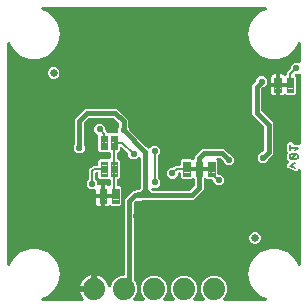
<source format=gbl>
G04 EAGLE Gerber RS-274X export*
G75*
%MOMM*%
%FSLAX34Y34*%
%LPD*%
%INBottom Copper*%
%IPPOS*%
%AMOC8*
5,1,8,0,0,1.08239X$1,22.5*%
G01*
%ADD10C,0.177800*%
%ADD11C,0.099059*%
%ADD12C,0.635000*%
%ADD13C,0.101600*%
%ADD14C,1.879600*%
%ADD15C,0.558800*%
%ADD16C,0.203200*%
%ADD17C,0.406400*%

G36*
X66296Y2812D02*
X66296Y2812D01*
X66434Y2825D01*
X66453Y2832D01*
X66473Y2835D01*
X66602Y2886D01*
X66733Y2933D01*
X66750Y2944D01*
X66768Y2952D01*
X66881Y3033D01*
X66996Y3112D01*
X67010Y3127D01*
X67026Y3138D01*
X67115Y3246D01*
X67207Y3350D01*
X67216Y3368D01*
X67229Y3383D01*
X67288Y3509D01*
X67351Y3634D01*
X67356Y3653D01*
X67364Y3671D01*
X67390Y3808D01*
X67421Y3944D01*
X67420Y3964D01*
X67424Y3983D01*
X67415Y4122D01*
X67411Y4262D01*
X67405Y4281D01*
X67404Y4301D01*
X67361Y4433D01*
X67322Y4567D01*
X67312Y4584D01*
X67306Y4603D01*
X67231Y4721D01*
X67161Y4841D01*
X67142Y4862D01*
X67136Y4872D01*
X67121Y4886D01*
X67116Y4892D01*
X65989Y6443D01*
X65136Y8117D01*
X64555Y9904D01*
X64515Y10161D01*
X74930Y10161D01*
X75048Y10176D01*
X75167Y10183D01*
X75205Y10196D01*
X75245Y10201D01*
X75356Y10244D01*
X75469Y10281D01*
X75503Y10303D01*
X75541Y10318D01*
X75637Y10388D01*
X75738Y10451D01*
X75766Y10481D01*
X75798Y10504D01*
X75874Y10596D01*
X75956Y10683D01*
X75975Y10718D01*
X76001Y10749D01*
X76052Y10857D01*
X76109Y10961D01*
X76120Y11001D01*
X76137Y11037D01*
X76159Y11154D01*
X76189Y11269D01*
X76193Y11330D01*
X76197Y11350D01*
X76195Y11370D01*
X76199Y11430D01*
X76199Y12701D01*
X77470Y12701D01*
X77588Y12716D01*
X77707Y12723D01*
X77745Y12736D01*
X77785Y12741D01*
X77896Y12785D01*
X78009Y12821D01*
X78044Y12843D01*
X78081Y12858D01*
X78177Y12928D01*
X78278Y12991D01*
X78306Y13021D01*
X78339Y13045D01*
X78414Y13136D01*
X78496Y13223D01*
X78516Y13258D01*
X78541Y13290D01*
X78592Y13397D01*
X78650Y13502D01*
X78660Y13541D01*
X78677Y13577D01*
X78699Y13694D01*
X78729Y13809D01*
X78733Y13870D01*
X78737Y13890D01*
X78735Y13910D01*
X78739Y13970D01*
X78739Y24385D01*
X78996Y24345D01*
X80783Y23764D01*
X82457Y22911D01*
X83978Y21806D01*
X85306Y20478D01*
X86411Y18957D01*
X87264Y17283D01*
X87845Y15496D01*
X87920Y15023D01*
X87955Y14900D01*
X87986Y14774D01*
X88000Y14747D01*
X88008Y14718D01*
X88074Y14607D01*
X88134Y14493D01*
X88155Y14470D01*
X88170Y14444D01*
X88262Y14353D01*
X88348Y14257D01*
X88374Y14241D01*
X88395Y14219D01*
X88506Y14153D01*
X88614Y14082D01*
X88643Y14073D01*
X88669Y14057D01*
X88793Y14021D01*
X88915Y13979D01*
X88945Y13977D01*
X88974Y13968D01*
X89103Y13964D01*
X89232Y13954D01*
X89262Y13959D01*
X89292Y13958D01*
X89418Y13986D01*
X89545Y14008D01*
X89573Y14021D01*
X89602Y14027D01*
X89717Y14086D01*
X89835Y14139D01*
X89859Y14158D01*
X89886Y14171D01*
X89982Y14257D01*
X90084Y14338D01*
X90102Y14362D01*
X90124Y14382D01*
X90197Y14488D01*
X90275Y14592D01*
X90294Y14630D01*
X90303Y14644D01*
X90311Y14665D01*
X90346Y14736D01*
X92125Y19031D01*
X95269Y22175D01*
X99377Y23877D01*
X100838Y23877D01*
X100956Y23892D01*
X101075Y23899D01*
X101113Y23912D01*
X101154Y23917D01*
X101264Y23960D01*
X101377Y23997D01*
X101412Y24019D01*
X101449Y24034D01*
X101545Y24103D01*
X101646Y24167D01*
X101674Y24197D01*
X101707Y24220D01*
X101783Y24312D01*
X101864Y24399D01*
X101884Y24434D01*
X101909Y24465D01*
X101960Y24573D01*
X102018Y24677D01*
X102028Y24717D01*
X102045Y24753D01*
X102067Y24870D01*
X102097Y24985D01*
X102101Y25045D01*
X102105Y25065D01*
X102103Y25086D01*
X102107Y25146D01*
X102107Y88700D01*
X109166Y95759D01*
X111118Y95759D01*
X111216Y95771D01*
X111315Y95774D01*
X111374Y95791D01*
X111434Y95799D01*
X111526Y95835D01*
X111621Y95863D01*
X111673Y95893D01*
X111729Y95916D01*
X111809Y95974D01*
X111895Y96024D01*
X111970Y96090D01*
X111987Y96102D01*
X111995Y96112D01*
X112016Y96130D01*
X112406Y96521D01*
X114228Y96521D01*
X114326Y96533D01*
X114425Y96536D01*
X114483Y96553D01*
X114543Y96561D01*
X114635Y96597D01*
X114731Y96625D01*
X114783Y96655D01*
X114839Y96678D01*
X114919Y96736D01*
X115004Y96786D01*
X115080Y96852D01*
X115096Y96864D01*
X115104Y96874D01*
X115125Y96892D01*
X115198Y96965D01*
X115258Y97043D01*
X115326Y97115D01*
X115355Y97168D01*
X115392Y97216D01*
X115432Y97307D01*
X115480Y97394D01*
X115495Y97452D01*
X115519Y97508D01*
X115534Y97606D01*
X115559Y97702D01*
X115565Y97802D01*
X115569Y97822D01*
X115567Y97834D01*
X115569Y97862D01*
X115569Y123480D01*
X115552Y123617D01*
X115539Y123756D01*
X115532Y123776D01*
X115529Y123796D01*
X115478Y123925D01*
X115431Y124056D01*
X115420Y124073D01*
X115412Y124091D01*
X115331Y124204D01*
X115253Y124319D01*
X115237Y124332D01*
X115226Y124349D01*
X115118Y124437D01*
X115014Y124529D01*
X114996Y124539D01*
X114981Y124551D01*
X114855Y124611D01*
X114731Y124674D01*
X114711Y124678D01*
X114693Y124687D01*
X114557Y124713D01*
X114421Y124744D01*
X114400Y124743D01*
X114381Y124747D01*
X114242Y124738D01*
X114103Y124734D01*
X114083Y124728D01*
X114063Y124727D01*
X113931Y124684D01*
X113797Y124646D01*
X113780Y124635D01*
X113761Y124629D01*
X113643Y124554D01*
X113523Y124484D01*
X113502Y124465D01*
X113492Y124459D01*
X113478Y124444D01*
X113403Y124378D01*
X111530Y122505D01*
X107742Y122505D01*
X105063Y125184D01*
X105063Y127172D01*
X105051Y127271D01*
X105048Y127370D01*
X105031Y127428D01*
X105023Y127488D01*
X104987Y127580D01*
X104959Y127675D01*
X104936Y127715D01*
X104934Y127721D01*
X104927Y127732D01*
X104906Y127784D01*
X104848Y127864D01*
X104798Y127949D01*
X104768Y127983D01*
X104764Y127989D01*
X104755Y127998D01*
X104731Y128024D01*
X104719Y128041D01*
X104710Y128049D01*
X104691Y128070D01*
X100084Y132677D01*
X99975Y132762D01*
X99868Y132851D01*
X99849Y132859D01*
X99833Y132872D01*
X99705Y132927D01*
X99580Y132986D01*
X99560Y132990D01*
X99541Y132998D01*
X99403Y133020D01*
X99267Y133046D01*
X99247Y133045D01*
X99227Y133048D01*
X99088Y133035D01*
X98950Y133026D01*
X98931Y133020D01*
X98911Y133018D01*
X98779Y132971D01*
X98648Y132928D01*
X98630Y132917D01*
X98611Y132911D01*
X98496Y132833D01*
X98379Y132758D01*
X98365Y132743D01*
X98348Y132732D01*
X98256Y132628D01*
X98161Y132527D01*
X98151Y132509D01*
X98138Y132494D01*
X98074Y132369D01*
X98007Y132248D01*
X98002Y132228D01*
X97993Y132210D01*
X97963Y132075D01*
X97928Y131940D01*
X97926Y131912D01*
X97923Y131900D01*
X97924Y131880D01*
X97918Y131779D01*
X97918Y129863D01*
X96424Y128369D01*
X96417Y128366D01*
X96321Y128297D01*
X96220Y128233D01*
X96192Y128203D01*
X96159Y128180D01*
X96083Y128088D01*
X96002Y128001D01*
X95982Y127966D01*
X95957Y127935D01*
X95906Y127827D01*
X95848Y127723D01*
X95838Y127683D01*
X95821Y127647D01*
X95799Y127530D01*
X95769Y127415D01*
X95765Y127355D01*
X95761Y127335D01*
X95763Y127314D01*
X95759Y127254D01*
X95759Y123698D01*
X95774Y123580D01*
X95781Y123461D01*
X95794Y123423D01*
X95799Y123382D01*
X95842Y123272D01*
X95879Y123159D01*
X95901Y123124D01*
X95916Y123087D01*
X95985Y122991D01*
X96049Y122890D01*
X96079Y122862D01*
X96102Y122829D01*
X96194Y122753D01*
X96281Y122672D01*
X96316Y122652D01*
X96347Y122627D01*
X96410Y122597D01*
X97918Y121089D01*
X97918Y107511D01*
X96424Y106017D01*
X96417Y106014D01*
X96321Y105945D01*
X96220Y105881D01*
X96192Y105851D01*
X96159Y105828D01*
X96083Y105736D01*
X96002Y105649D01*
X95982Y105614D01*
X95957Y105583D01*
X95906Y105475D01*
X95848Y105371D01*
X95838Y105331D01*
X95821Y105295D01*
X95799Y105178D01*
X95769Y105063D01*
X95765Y105003D01*
X95761Y104983D01*
X95763Y104962D01*
X95759Y104902D01*
X95759Y100838D01*
X95774Y100720D01*
X95781Y100601D01*
X95794Y100563D01*
X95799Y100522D01*
X95842Y100412D01*
X95879Y100299D01*
X95901Y100264D01*
X95916Y100227D01*
X95985Y100131D01*
X96049Y100030D01*
X96079Y100002D01*
X96102Y99969D01*
X96194Y99893D01*
X96281Y99812D01*
X96316Y99792D01*
X96347Y99767D01*
X96455Y99716D01*
X96559Y99658D01*
X96599Y99648D01*
X96635Y99631D01*
X96752Y99609D01*
X96867Y99579D01*
X96927Y99575D01*
X96947Y99571D01*
X96968Y99573D01*
X97028Y99569D01*
X97856Y99569D01*
X99188Y98237D01*
X99188Y84643D01*
X97856Y83311D01*
X90358Y83311D01*
X90336Y83333D01*
X90242Y83406D01*
X90153Y83485D01*
X90117Y83503D01*
X90085Y83528D01*
X89976Y83575D01*
X89870Y83630D01*
X89830Y83639D01*
X89793Y83655D01*
X89676Y83673D01*
X89560Y83699D01*
X89519Y83698D01*
X89479Y83704D01*
X89361Y83693D01*
X89242Y83690D01*
X89203Y83678D01*
X89163Y83675D01*
X89050Y83634D01*
X88936Y83601D01*
X88901Y83581D01*
X88863Y83567D01*
X88765Y83500D01*
X88662Y83440D01*
X88617Y83400D01*
X88600Y83388D01*
X88587Y83373D01*
X88541Y83333D01*
X88364Y83156D01*
X87672Y82756D01*
X86899Y82549D01*
X85343Y82549D01*
X85343Y90107D01*
X95885Y90107D01*
X95904Y90119D01*
X95926Y90123D01*
X95933Y90138D01*
X95942Y90144D01*
X95941Y90154D01*
X95948Y90170D01*
X95948Y92710D01*
X95936Y92729D01*
X95932Y92751D01*
X95917Y92758D01*
X95911Y92767D01*
X95901Y92766D01*
X95885Y92773D01*
X85343Y92773D01*
X85343Y100331D01*
X86899Y100331D01*
X87672Y100124D01*
X88265Y99781D01*
X88388Y99730D01*
X88507Y99673D01*
X88534Y99668D01*
X88559Y99658D01*
X88690Y99638D01*
X88820Y99614D01*
X88846Y99615D01*
X88873Y99611D01*
X89005Y99625D01*
X89137Y99633D01*
X89163Y99642D01*
X89189Y99644D01*
X89314Y99691D01*
X89439Y99731D01*
X89462Y99746D01*
X89488Y99755D01*
X89596Y99831D01*
X89708Y99901D01*
X89727Y99921D01*
X89749Y99937D01*
X89835Y100036D01*
X89926Y100133D01*
X89939Y100157D01*
X89957Y100177D01*
X90016Y100296D01*
X90080Y100412D01*
X90086Y100438D01*
X90098Y100462D01*
X90126Y100592D01*
X90159Y100720D01*
X90161Y100758D01*
X90165Y100773D01*
X90164Y100795D01*
X90169Y100880D01*
X90169Y104902D01*
X90154Y105020D01*
X90147Y105139D01*
X90134Y105177D01*
X90129Y105218D01*
X90086Y105328D01*
X90049Y105441D01*
X90027Y105476D01*
X90012Y105513D01*
X89943Y105609D01*
X89879Y105710D01*
X89849Y105738D01*
X89826Y105771D01*
X89734Y105847D01*
X89647Y105928D01*
X89612Y105948D01*
X89581Y105973D01*
X89473Y106024D01*
X89369Y106082D01*
X89329Y106092D01*
X89293Y106109D01*
X89176Y106131D01*
X89061Y106161D01*
X89001Y106165D01*
X88981Y106169D01*
X88960Y106167D01*
X88900Y106171D01*
X81222Y106171D01*
X79882Y107511D01*
X79882Y110236D01*
X79867Y110354D01*
X79860Y110473D01*
X79847Y110511D01*
X79842Y110552D01*
X79799Y110662D01*
X79762Y110775D01*
X79740Y110810D01*
X79725Y110847D01*
X79656Y110943D01*
X79592Y111044D01*
X79562Y111072D01*
X79539Y111105D01*
X79447Y111181D01*
X79360Y111262D01*
X79325Y111282D01*
X79294Y111307D01*
X79186Y111358D01*
X79082Y111416D01*
X79042Y111426D01*
X79006Y111443D01*
X78889Y111465D01*
X78774Y111495D01*
X78714Y111499D01*
X78694Y111503D01*
X78673Y111501D01*
X78613Y111505D01*
X78486Y111505D01*
X78368Y111490D01*
X78249Y111483D01*
X78211Y111470D01*
X78170Y111465D01*
X78060Y111422D01*
X77947Y111385D01*
X77912Y111363D01*
X77875Y111348D01*
X77779Y111279D01*
X77678Y111215D01*
X77650Y111185D01*
X77617Y111162D01*
X77541Y111070D01*
X77460Y110983D01*
X77440Y110948D01*
X77415Y110917D01*
X77364Y110809D01*
X77306Y110705D01*
X77296Y110665D01*
X77279Y110629D01*
X77257Y110512D01*
X77227Y110397D01*
X77223Y110337D01*
X77219Y110317D01*
X77221Y110296D01*
X77217Y110236D01*
X77217Y105798D01*
X77229Y105700D01*
X77232Y105601D01*
X77249Y105542D01*
X77257Y105482D01*
X77293Y105390D01*
X77321Y105295D01*
X77351Y105243D01*
X77374Y105187D01*
X77432Y105107D01*
X77482Y105021D01*
X77548Y104946D01*
X77560Y104929D01*
X77570Y104921D01*
X77588Y104900D01*
X78995Y103494D01*
X78995Y101585D01*
X79011Y101460D01*
X79020Y101335D01*
X79030Y101303D01*
X79035Y101270D01*
X79081Y101152D01*
X79121Y101033D01*
X79139Y101005D01*
X79152Y100974D01*
X79226Y100872D01*
X79294Y100766D01*
X79319Y100744D01*
X79338Y100717D01*
X79436Y100636D01*
X79528Y100551D01*
X79558Y100535D01*
X79583Y100514D01*
X79697Y100460D01*
X79808Y100400D01*
X79841Y100392D01*
X79871Y100378D01*
X79995Y100355D01*
X80117Y100324D01*
X80151Y100325D01*
X80183Y100318D01*
X80309Y100326D01*
X80435Y100327D01*
X80451Y100331D01*
X82043Y100331D01*
X82043Y93090D01*
X77850Y93090D01*
X77850Y95758D01*
X77835Y95876D01*
X77828Y95995D01*
X77815Y96033D01*
X77810Y96074D01*
X77767Y96184D01*
X77730Y96297D01*
X77708Y96332D01*
X77693Y96369D01*
X77623Y96465D01*
X77560Y96566D01*
X77530Y96594D01*
X77507Y96627D01*
X77415Y96703D01*
X77328Y96784D01*
X77293Y96804D01*
X77262Y96829D01*
X77154Y96880D01*
X77050Y96938D01*
X77010Y96948D01*
X76974Y96965D01*
X76857Y96987D01*
X76742Y97017D01*
X76681Y97021D01*
X76661Y97025D01*
X76641Y97023D01*
X76581Y97027D01*
X72528Y97027D01*
X69849Y99706D01*
X69849Y103494D01*
X71256Y104900D01*
X71316Y104979D01*
X71384Y105051D01*
X71413Y105104D01*
X71450Y105152D01*
X71490Y105243D01*
X71538Y105329D01*
X71553Y105388D01*
X71577Y105443D01*
X71592Y105541D01*
X71617Y105637D01*
X71623Y105737D01*
X71627Y105758D01*
X71625Y105770D01*
X71627Y105798D01*
X71627Y113621D01*
X73063Y115057D01*
X73123Y115135D01*
X73191Y115207D01*
X73220Y115260D01*
X73258Y115308D01*
X73259Y115311D01*
X75072Y117124D01*
X77708Y117124D01*
X77781Y117105D01*
X77881Y117099D01*
X77901Y117095D01*
X77914Y117097D01*
X77942Y117095D01*
X78613Y117095D01*
X78731Y117110D01*
X78850Y117117D01*
X78888Y117130D01*
X78929Y117135D01*
X79039Y117178D01*
X79152Y117215D01*
X79187Y117237D01*
X79224Y117252D01*
X79320Y117321D01*
X79421Y117385D01*
X79449Y117415D01*
X79482Y117438D01*
X79558Y117530D01*
X79639Y117617D01*
X79659Y117652D01*
X79684Y117683D01*
X79735Y117791D01*
X79793Y117895D01*
X79803Y117935D01*
X79820Y117971D01*
X79842Y118088D01*
X79872Y118203D01*
X79876Y118263D01*
X79880Y118283D01*
X79878Y118304D01*
X79882Y118364D01*
X79882Y121089D01*
X81222Y122429D01*
X88900Y122429D01*
X89018Y122444D01*
X89137Y122451D01*
X89175Y122464D01*
X89216Y122469D01*
X89326Y122512D01*
X89439Y122549D01*
X89474Y122571D01*
X89511Y122586D01*
X89607Y122655D01*
X89708Y122719D01*
X89736Y122749D01*
X89769Y122772D01*
X89845Y122864D01*
X89926Y122951D01*
X89946Y122986D01*
X89971Y123017D01*
X90022Y123125D01*
X90080Y123229D01*
X90090Y123269D01*
X90107Y123305D01*
X90129Y123422D01*
X90159Y123537D01*
X90163Y123597D01*
X90167Y123617D01*
X90165Y123638D01*
X90169Y123698D01*
X90169Y127254D01*
X90154Y127372D01*
X90147Y127491D01*
X90134Y127529D01*
X90129Y127570D01*
X90086Y127680D01*
X90049Y127793D01*
X90027Y127828D01*
X90012Y127865D01*
X89943Y127961D01*
X89879Y128062D01*
X89849Y128090D01*
X89826Y128123D01*
X89734Y128199D01*
X89647Y128280D01*
X89612Y128300D01*
X89581Y128325D01*
X89473Y128376D01*
X89369Y128434D01*
X89329Y128444D01*
X89293Y128461D01*
X89176Y128483D01*
X89061Y128513D01*
X89001Y128517D01*
X88981Y128521D01*
X88960Y128519D01*
X88900Y128523D01*
X81222Y128523D01*
X79882Y129863D01*
X79882Y141986D01*
X79867Y142104D01*
X79860Y142223D01*
X79847Y142261D01*
X79842Y142302D01*
X79799Y142412D01*
X79762Y142525D01*
X79740Y142560D01*
X79725Y142597D01*
X79656Y142693D01*
X79592Y142794D01*
X79562Y142822D01*
X79539Y142855D01*
X79504Y142883D01*
X79504Y142884D01*
X76453Y145934D01*
X76453Y149722D01*
X79132Y152401D01*
X82920Y152401D01*
X85599Y149722D01*
X85599Y147733D01*
X85611Y147635D01*
X85614Y147536D01*
X85631Y147478D01*
X85639Y147418D01*
X85675Y147326D01*
X85703Y147231D01*
X85733Y147178D01*
X85756Y147122D01*
X85814Y147042D01*
X85864Y146957D01*
X85930Y146881D01*
X85942Y146865D01*
X85952Y146857D01*
X85970Y146836D01*
X87654Y145152D01*
X87732Y145092D01*
X87804Y145024D01*
X87857Y144995D01*
X87905Y144958D01*
X87996Y144918D01*
X88083Y144870D01*
X88141Y144855D01*
X88197Y144831D01*
X88295Y144816D01*
X88391Y144791D01*
X88491Y144785D01*
X88511Y144781D01*
X88523Y144783D01*
X88551Y144781D01*
X95362Y144781D01*
X95481Y144796D01*
X95599Y144803D01*
X95638Y144816D01*
X95678Y144821D01*
X95789Y144864D01*
X95902Y144901D01*
X95936Y144923D01*
X95974Y144938D01*
X96070Y145007D01*
X96171Y145071D01*
X96198Y145101D01*
X96231Y145124D01*
X96307Y145216D01*
X96388Y145303D01*
X96408Y145338D01*
X96434Y145369D01*
X96484Y145477D01*
X96542Y145581D01*
X96552Y145621D01*
X96569Y145657D01*
X96592Y145774D01*
X96621Y145889D01*
X96625Y145949D01*
X96629Y145969D01*
X96628Y145990D01*
X96632Y146050D01*
X96632Y148818D01*
X97022Y149209D01*
X97083Y149287D01*
X97150Y149359D01*
X97180Y149412D01*
X97217Y149460D01*
X97256Y149551D01*
X97304Y149638D01*
X97319Y149696D01*
X97343Y149752D01*
X97359Y149850D01*
X97383Y149946D01*
X97390Y150046D01*
X97393Y150066D01*
X97392Y150078D01*
X97394Y150106D01*
X97394Y152440D01*
X97381Y152538D01*
X97378Y152637D01*
X97361Y152696D01*
X97354Y152756D01*
X97317Y152848D01*
X97290Y152943D01*
X97259Y152995D01*
X97237Y153051D01*
X97179Y153131D01*
X97128Y153217D01*
X97062Y153292D01*
X97050Y153309D01*
X97041Y153317D01*
X97022Y153338D01*
X92998Y157362D01*
X92920Y157422D01*
X92848Y157490D01*
X92795Y157519D01*
X92747Y157556D01*
X92656Y157596D01*
X92569Y157644D01*
X92511Y157659D01*
X92455Y157683D01*
X92357Y157698D01*
X92261Y157723D01*
X92161Y157729D01*
X92141Y157733D01*
X92129Y157731D01*
X92101Y157733D01*
X72462Y157733D01*
X72364Y157721D01*
X72265Y157718D01*
X72207Y157701D01*
X72147Y157693D01*
X72055Y157657D01*
X71959Y157629D01*
X71907Y157599D01*
X71851Y157576D01*
X71771Y157518D01*
X71686Y157468D01*
X71610Y157402D01*
X71594Y157390D01*
X71586Y157380D01*
X71565Y157362D01*
X67936Y153733D01*
X67876Y153655D01*
X67808Y153583D01*
X67779Y153530D01*
X67742Y153482D01*
X67702Y153391D01*
X67654Y153304D01*
X67639Y153246D01*
X67615Y153190D01*
X67600Y153092D01*
X67575Y152996D01*
X67569Y152896D01*
X67565Y152876D01*
X67567Y152864D01*
X67565Y152836D01*
X67565Y135262D01*
X67577Y135164D01*
X67580Y135065D01*
X67597Y135006D01*
X67605Y134946D01*
X67641Y134854D01*
X67669Y134759D01*
X67699Y134707D01*
X67722Y134651D01*
X67780Y134571D01*
X67830Y134485D01*
X67896Y134410D01*
X67908Y134393D01*
X67918Y134385D01*
X67936Y134364D01*
X68327Y133974D01*
X68327Y130186D01*
X65648Y127507D01*
X61860Y127507D01*
X59181Y130186D01*
X59181Y133974D01*
X59572Y134364D01*
X59632Y134443D01*
X59700Y134515D01*
X59729Y134568D01*
X59766Y134616D01*
X59806Y134707D01*
X59854Y134793D01*
X59869Y134852D01*
X59893Y134907D01*
X59908Y135005D01*
X59933Y135101D01*
X59939Y135201D01*
X59943Y135222D01*
X59941Y135234D01*
X59943Y135262D01*
X59943Y156518D01*
X68780Y165355D01*
X95783Y165355D01*
X105015Y156123D01*
X105015Y150106D01*
X105028Y150008D01*
X105031Y149909D01*
X105047Y149851D01*
X105055Y149791D01*
X105091Y149699D01*
X105119Y149603D01*
X105150Y149551D01*
X105172Y149495D01*
X105230Y149415D01*
X105280Y149330D01*
X105347Y149254D01*
X105359Y149238D01*
X105368Y149230D01*
X105387Y149209D01*
X105777Y148818D01*
X105777Y148267D01*
X105790Y148168D01*
X105793Y148069D01*
X105809Y148011D01*
X105817Y147951D01*
X105853Y147859D01*
X105881Y147764D01*
X105912Y147712D01*
X105934Y147655D01*
X105992Y147575D01*
X106042Y147490D01*
X106109Y147415D01*
X106121Y147398D01*
X106130Y147390D01*
X106149Y147369D01*
X120587Y132931D01*
X121612Y131906D01*
X121706Y131833D01*
X121795Y131754D01*
X121831Y131736D01*
X121863Y131711D01*
X121972Y131664D01*
X122079Y131610D01*
X122118Y131601D01*
X122155Y131585D01*
X122273Y131566D01*
X122389Y131540D01*
X122429Y131541D01*
X122469Y131535D01*
X122588Y131546D01*
X122707Y131550D01*
X122746Y131561D01*
X122786Y131565D01*
X122898Y131605D01*
X123012Y131638D01*
X123047Y131658D01*
X123085Y131672D01*
X123184Y131739D01*
X123286Y131799D01*
X123331Y131839D01*
X123348Y131851D01*
X123362Y131866D01*
X123407Y131906D01*
X125614Y134113D01*
X129402Y134113D01*
X132081Y131434D01*
X132081Y127646D01*
X130674Y126240D01*
X130614Y126161D01*
X130546Y126089D01*
X130517Y126036D01*
X130480Y125988D01*
X130440Y125897D01*
X130392Y125811D01*
X130377Y125752D01*
X130353Y125697D01*
X130338Y125599D01*
X130313Y125503D01*
X130307Y125403D01*
X130303Y125382D01*
X130305Y125370D01*
X130303Y125342D01*
X130303Y107068D01*
X130315Y106970D01*
X130318Y106871D01*
X130335Y106812D01*
X130343Y106752D01*
X130379Y106660D01*
X130407Y106565D01*
X130437Y106513D01*
X130460Y106457D01*
X130518Y106377D01*
X130568Y106291D01*
X130634Y106216D01*
X130646Y106199D01*
X130656Y106191D01*
X130674Y106170D01*
X132081Y104764D01*
X132081Y100976D01*
X129402Y98297D01*
X126056Y98297D01*
X126032Y98294D01*
X126007Y98296D01*
X125874Y98274D01*
X125741Y98257D01*
X125718Y98248D01*
X125693Y98244D01*
X125570Y98190D01*
X125445Y98140D01*
X125425Y98126D01*
X125402Y98116D01*
X125297Y98033D01*
X125188Y97954D01*
X125172Y97934D01*
X125152Y97919D01*
X125071Y97812D01*
X124985Y97709D01*
X124974Y97686D01*
X124959Y97667D01*
X124906Y97542D01*
X124849Y97421D01*
X124845Y97397D01*
X124835Y97374D01*
X124815Y97240D01*
X124789Y97109D01*
X124791Y97084D01*
X124787Y97059D01*
X124801Y96925D01*
X124809Y96791D01*
X124817Y96768D01*
X124819Y96743D01*
X124866Y96617D01*
X124907Y96489D01*
X124920Y96468D01*
X124929Y96444D01*
X125005Y96334D01*
X125077Y96220D01*
X125095Y96203D01*
X125109Y96183D01*
X125211Y96094D01*
X125309Y96002D01*
X125331Y95990D01*
X125349Y95974D01*
X125489Y95893D01*
X125540Y95875D01*
X125588Y95848D01*
X125689Y95822D01*
X125789Y95787D01*
X125843Y95783D01*
X125896Y95769D01*
X126056Y95759D01*
X156646Y95759D01*
X156744Y95771D01*
X156843Y95774D01*
X156901Y95791D01*
X156961Y95799D01*
X157053Y95835D01*
X157149Y95863D01*
X157201Y95893D01*
X157257Y95916D01*
X157337Y95974D01*
X157422Y96024D01*
X157498Y96090D01*
X157514Y96102D01*
X157522Y96112D01*
X157543Y96130D01*
X160918Y99505D01*
X160978Y99583D01*
X161046Y99655D01*
X161075Y99708D01*
X161112Y99756D01*
X161152Y99847D01*
X161200Y99934D01*
X161215Y99992D01*
X161239Y100048D01*
X161254Y100146D01*
X161279Y100242D01*
X161285Y100342D01*
X161289Y100362D01*
X161287Y100374D01*
X161289Y100402D01*
X161289Y105708D01*
X161277Y105806D01*
X161274Y105905D01*
X161257Y105963D01*
X161249Y106023D01*
X161213Y106115D01*
X161186Y106210D01*
X161155Y106262D01*
X161132Y106319D01*
X161074Y106399D01*
X161024Y106484D01*
X160958Y106560D01*
X160946Y106576D01*
X160936Y106584D01*
X160918Y106605D01*
X160791Y106732D01*
X160697Y106805D01*
X160607Y106884D01*
X160571Y106902D01*
X160539Y106927D01*
X160430Y106974D01*
X160324Y107028D01*
X160285Y107037D01*
X160248Y107053D01*
X160130Y107072D01*
X160014Y107098D01*
X159973Y107097D01*
X159933Y107103D01*
X159815Y107092D01*
X159696Y107088D01*
X159657Y107077D01*
X159617Y107073D01*
X159505Y107033D01*
X159390Y107000D01*
X159356Y106980D01*
X159318Y106966D01*
X159219Y106899D01*
X159116Y106839D01*
X159071Y106799D01*
X159054Y106787D01*
X159041Y106772D01*
X158996Y106732D01*
X158435Y106171D01*
X150937Y106171D01*
X149605Y107503D01*
X149605Y110236D01*
X149590Y110354D01*
X149583Y110473D01*
X149570Y110511D01*
X149565Y110552D01*
X149522Y110662D01*
X149485Y110775D01*
X149463Y110810D01*
X149448Y110847D01*
X149379Y110943D01*
X149315Y111044D01*
X149285Y111072D01*
X149262Y111105D01*
X149170Y111181D01*
X149083Y111262D01*
X149048Y111282D01*
X149017Y111307D01*
X148909Y111358D01*
X148805Y111416D01*
X148765Y111426D01*
X148729Y111443D01*
X148612Y111465D01*
X148497Y111495D01*
X148437Y111499D01*
X148417Y111503D01*
X148416Y111503D01*
X148396Y111501D01*
X148336Y111505D01*
X148218Y111490D01*
X148099Y111483D01*
X148061Y111470D01*
X148020Y111465D01*
X147910Y111422D01*
X147797Y111385D01*
X147762Y111363D01*
X147725Y111348D01*
X147629Y111279D01*
X147528Y111215D01*
X147500Y111185D01*
X147467Y111162D01*
X147391Y111070D01*
X147310Y110983D01*
X147290Y110948D01*
X147265Y110917D01*
X147214Y110809D01*
X147156Y110705D01*
X147146Y110665D01*
X147129Y110629D01*
X147107Y110512D01*
X147077Y110397D01*
X147073Y110337D01*
X147069Y110317D01*
X147071Y110296D01*
X147067Y110236D01*
X147067Y108850D01*
X144388Y106171D01*
X140600Y106171D01*
X137921Y108850D01*
X137921Y112638D01*
X140600Y115317D01*
X142589Y115317D01*
X142687Y115329D01*
X142786Y115332D01*
X142844Y115349D01*
X142904Y115357D01*
X142996Y115393D01*
X143091Y115421D01*
X143144Y115451D01*
X143200Y115474D01*
X143280Y115532D01*
X143365Y115582D01*
X143441Y115648D01*
X143457Y115660D01*
X143465Y115670D01*
X143486Y115688D01*
X144892Y117095D01*
X148336Y117095D01*
X148454Y117110D01*
X148573Y117117D01*
X148611Y117130D01*
X148652Y117135D01*
X148762Y117178D01*
X148875Y117215D01*
X148910Y117237D01*
X148947Y117252D01*
X149043Y117321D01*
X149144Y117385D01*
X149172Y117415D01*
X149205Y117438D01*
X149281Y117530D01*
X149362Y117617D01*
X149382Y117652D01*
X149407Y117683D01*
X149458Y117791D01*
X149516Y117895D01*
X149526Y117935D01*
X149543Y117971D01*
X149565Y118088D01*
X149595Y118203D01*
X149599Y118263D01*
X149603Y118283D01*
X149601Y118304D01*
X149605Y118364D01*
X149605Y121097D01*
X150937Y122429D01*
X158435Y122429D01*
X158996Y121868D01*
X159090Y121795D01*
X159179Y121716D01*
X159215Y121698D01*
X159247Y121673D01*
X159356Y121626D01*
X159462Y121571D01*
X159502Y121563D01*
X159539Y121547D01*
X159656Y121528D01*
X159773Y121502D01*
X159813Y121503D01*
X159853Y121497D01*
X159971Y121508D01*
X160090Y121512D01*
X160129Y121523D01*
X160169Y121527D01*
X160282Y121567D01*
X160396Y121600D01*
X160431Y121620D01*
X160469Y121634D01*
X160567Y121701D01*
X160670Y121762D01*
X160715Y121801D01*
X160732Y121813D01*
X160745Y121828D01*
X160791Y121868D01*
X160918Y121995D01*
X160978Y122073D01*
X161046Y122145D01*
X161075Y122198D01*
X161113Y122246D01*
X161152Y122337D01*
X161200Y122424D01*
X161215Y122483D01*
X161239Y122538D01*
X161254Y122636D01*
X161279Y122732D01*
X161285Y122832D01*
X161289Y122852D01*
X161287Y122864D01*
X161289Y122892D01*
X161289Y125276D01*
X167332Y131319D01*
X186236Y131319D01*
X190691Y126864D01*
X190769Y126804D01*
X190841Y126736D01*
X190894Y126707D01*
X190942Y126670D01*
X191033Y126630D01*
X191120Y126582D01*
X191178Y126567D01*
X191234Y126543D01*
X191332Y126528D01*
X191428Y126503D01*
X191528Y126497D01*
X191548Y126493D01*
X191560Y126495D01*
X191588Y126493D01*
X192394Y126493D01*
X195073Y123814D01*
X195073Y120026D01*
X192394Y117347D01*
X188606Y117347D01*
X185927Y120026D01*
X185927Y120324D01*
X185915Y120422D01*
X185912Y120521D01*
X185895Y120579D01*
X185887Y120639D01*
X185851Y120731D01*
X185823Y120827D01*
X185793Y120879D01*
X185770Y120935D01*
X185712Y121015D01*
X185662Y121100D01*
X185596Y121176D01*
X185584Y121192D01*
X185574Y121200D01*
X185556Y121221D01*
X183451Y123326D01*
X183373Y123386D01*
X183301Y123454D01*
X183248Y123483D01*
X183200Y123520D01*
X183109Y123560D01*
X183022Y123608D01*
X182964Y123623D01*
X182908Y123647D01*
X182810Y123662D01*
X182714Y123687D01*
X182614Y123693D01*
X182594Y123697D01*
X182582Y123695D01*
X182554Y123697D01*
X181058Y123697D01*
X180920Y123680D01*
X180782Y123667D01*
X180763Y123660D01*
X180743Y123657D01*
X180614Y123606D01*
X180483Y123559D01*
X180466Y123548D01*
X180447Y123540D01*
X180335Y123459D01*
X180220Y123381D01*
X180206Y123365D01*
X180190Y123354D01*
X180101Y123246D01*
X180009Y123142D01*
X180000Y123124D01*
X179987Y123109D01*
X179928Y122983D01*
X179864Y122859D01*
X179860Y122839D01*
X179851Y122821D01*
X179825Y122684D01*
X179795Y122549D01*
X179795Y122528D01*
X179792Y122509D01*
X179800Y122370D01*
X179804Y122231D01*
X179810Y122211D01*
X179811Y122191D01*
X179854Y122059D01*
X179893Y121925D01*
X179903Y121908D01*
X179909Y121889D01*
X179984Y121771D01*
X180054Y121651D01*
X180073Y121630D01*
X180080Y121620D01*
X180095Y121606D01*
X180161Y121531D01*
X180595Y121097D01*
X180595Y110744D01*
X180610Y110626D01*
X180617Y110507D01*
X180630Y110469D01*
X180635Y110428D01*
X180678Y110318D01*
X180715Y110205D01*
X180737Y110170D01*
X180752Y110133D01*
X180821Y110037D01*
X180885Y109936D01*
X180915Y109908D01*
X180938Y109875D01*
X181030Y109799D01*
X181117Y109718D01*
X181152Y109698D01*
X181183Y109673D01*
X181291Y109622D01*
X181395Y109564D01*
X181435Y109554D01*
X181471Y109537D01*
X181588Y109515D01*
X181703Y109485D01*
X181763Y109481D01*
X181783Y109477D01*
X181804Y109479D01*
X181864Y109475D01*
X183758Y109475D01*
X186437Y106796D01*
X186437Y103008D01*
X183758Y100329D01*
X179970Y100329D01*
X177291Y103008D01*
X177291Y104235D01*
X177279Y104333D01*
X177276Y104432D01*
X177259Y104490D01*
X177251Y104550D01*
X177215Y104642D01*
X177187Y104737D01*
X177157Y104790D01*
X177134Y104846D01*
X177076Y104926D01*
X177026Y105011D01*
X176960Y105087D01*
X176948Y105103D01*
X176938Y105111D01*
X176920Y105132D01*
X176252Y105800D01*
X176174Y105860D01*
X176102Y105928D01*
X176049Y105957D01*
X176001Y105994D01*
X175910Y106034D01*
X175823Y106082D01*
X175765Y106097D01*
X175709Y106121D01*
X175611Y106136D01*
X175515Y106161D01*
X175415Y106167D01*
X175395Y106171D01*
X175383Y106169D01*
X175355Y106171D01*
X171765Y106171D01*
X171205Y106732D01*
X171111Y106805D01*
X171021Y106884D01*
X170985Y106902D01*
X170953Y106927D01*
X170844Y106974D01*
X170738Y107028D01*
X170699Y107037D01*
X170661Y107053D01*
X170544Y107072D01*
X170428Y107098D01*
X170387Y107097D01*
X170347Y107103D01*
X170229Y107092D01*
X170110Y107088D01*
X170071Y107077D01*
X170031Y107073D01*
X169918Y107033D01*
X169804Y107000D01*
X169770Y106980D01*
X169731Y106966D01*
X169633Y106899D01*
X169530Y106839D01*
X169485Y106799D01*
X169468Y106787D01*
X169455Y106772D01*
X169410Y106732D01*
X169282Y106605D01*
X169222Y106527D01*
X169154Y106455D01*
X169125Y106402D01*
X169088Y106354D01*
X169048Y106263D01*
X169000Y106176D01*
X168985Y106118D01*
X168961Y106062D01*
X168946Y105964D01*
X168921Y105868D01*
X168915Y105768D01*
X168911Y105748D01*
X168913Y105736D01*
X168911Y105708D01*
X168911Y96720D01*
X162932Y90741D01*
X160328Y88137D01*
X117482Y88137D01*
X117384Y88125D01*
X117285Y88122D01*
X117226Y88105D01*
X117166Y88097D01*
X117074Y88061D01*
X116979Y88033D01*
X116927Y88003D01*
X116871Y87980D01*
X116791Y87922D01*
X116705Y87872D01*
X116630Y87806D01*
X116613Y87794D01*
X116605Y87784D01*
X116584Y87765D01*
X116194Y87375D01*
X112086Y87375D01*
X111988Y87363D01*
X111889Y87360D01*
X111831Y87343D01*
X111771Y87335D01*
X111679Y87299D01*
X111583Y87271D01*
X111531Y87241D01*
X111475Y87218D01*
X111395Y87160D01*
X111310Y87110D01*
X111234Y87044D01*
X111218Y87032D01*
X111210Y87022D01*
X111189Y87004D01*
X110100Y85915D01*
X110040Y85837D01*
X109972Y85765D01*
X109943Y85712D01*
X109906Y85664D01*
X109866Y85573D01*
X109818Y85486D01*
X109803Y85428D01*
X109779Y85372D01*
X109764Y85274D01*
X109739Y85178D01*
X109733Y85078D01*
X109729Y85058D01*
X109731Y85046D01*
X109729Y85018D01*
X109729Y20903D01*
X109741Y20805D01*
X109744Y20706D01*
X109761Y20648D01*
X109769Y20588D01*
X109805Y20496D01*
X109833Y20401D01*
X109863Y20348D01*
X109886Y20292D01*
X109944Y20212D01*
X109994Y20127D01*
X110060Y20051D01*
X110072Y20035D01*
X110082Y20027D01*
X110101Y20006D01*
X111075Y19031D01*
X112777Y14923D01*
X112777Y10477D01*
X111075Y6369D01*
X109668Y4961D01*
X109582Y4852D01*
X109494Y4745D01*
X109485Y4726D01*
X109473Y4710D01*
X109417Y4582D01*
X109358Y4457D01*
X109355Y4437D01*
X109346Y4418D01*
X109325Y4280D01*
X109299Y4144D01*
X109300Y4124D01*
X109297Y4104D01*
X109310Y3965D01*
X109318Y3827D01*
X109325Y3808D01*
X109326Y3788D01*
X109374Y3656D01*
X109416Y3525D01*
X109427Y3507D01*
X109434Y3488D01*
X109512Y3373D01*
X109586Y3256D01*
X109601Y3242D01*
X109613Y3225D01*
X109717Y3133D01*
X109818Y3038D01*
X109836Y3028D01*
X109851Y3015D01*
X109975Y2951D01*
X110097Y2884D01*
X110116Y2879D01*
X110134Y2870D01*
X110270Y2840D01*
X110405Y2805D01*
X110433Y2803D01*
X110445Y2800D01*
X110465Y2801D01*
X110565Y2795D01*
X118035Y2795D01*
X118173Y2812D01*
X118311Y2825D01*
X118330Y2832D01*
X118350Y2835D01*
X118480Y2886D01*
X118610Y2933D01*
X118627Y2944D01*
X118646Y2952D01*
X118758Y3033D01*
X118874Y3111D01*
X118887Y3127D01*
X118903Y3138D01*
X118992Y3246D01*
X119084Y3350D01*
X119093Y3368D01*
X119106Y3383D01*
X119165Y3509D01*
X119229Y3633D01*
X119233Y3653D01*
X119242Y3671D01*
X119268Y3808D01*
X119298Y3943D01*
X119298Y3964D01*
X119301Y3983D01*
X119293Y4122D01*
X119289Y4261D01*
X119283Y4281D01*
X119282Y4301D01*
X119239Y4433D01*
X119200Y4567D01*
X119190Y4584D01*
X119184Y4603D01*
X119109Y4721D01*
X119039Y4841D01*
X119020Y4862D01*
X119014Y4872D01*
X118999Y4886D01*
X118932Y4961D01*
X117525Y6369D01*
X115823Y10477D01*
X115823Y14923D01*
X117525Y19031D01*
X120669Y22175D01*
X124777Y23877D01*
X129223Y23877D01*
X133331Y22175D01*
X136475Y19031D01*
X138177Y14923D01*
X138177Y10477D01*
X136475Y6369D01*
X135068Y4961D01*
X134982Y4852D01*
X134894Y4745D01*
X134885Y4726D01*
X134873Y4710D01*
X134817Y4582D01*
X134758Y4457D01*
X134755Y4437D01*
X134746Y4418D01*
X134725Y4280D01*
X134699Y4144D01*
X134700Y4124D01*
X134697Y4104D01*
X134710Y3965D01*
X134718Y3827D01*
X134725Y3808D01*
X134726Y3788D01*
X134774Y3656D01*
X134816Y3525D01*
X134827Y3507D01*
X134834Y3488D01*
X134912Y3373D01*
X134986Y3256D01*
X135001Y3242D01*
X135013Y3225D01*
X135117Y3133D01*
X135218Y3038D01*
X135236Y3028D01*
X135251Y3015D01*
X135375Y2951D01*
X135497Y2884D01*
X135516Y2879D01*
X135534Y2870D01*
X135670Y2840D01*
X135805Y2805D01*
X135833Y2803D01*
X135845Y2800D01*
X135865Y2801D01*
X135965Y2795D01*
X143435Y2795D01*
X143573Y2812D01*
X143711Y2825D01*
X143730Y2832D01*
X143750Y2835D01*
X143880Y2886D01*
X144010Y2933D01*
X144027Y2944D01*
X144046Y2952D01*
X144158Y3033D01*
X144274Y3111D01*
X144287Y3127D01*
X144303Y3138D01*
X144392Y3246D01*
X144484Y3350D01*
X144493Y3368D01*
X144506Y3383D01*
X144565Y3509D01*
X144629Y3633D01*
X144633Y3653D01*
X144642Y3671D01*
X144668Y3808D01*
X144698Y3943D01*
X144698Y3964D01*
X144701Y3983D01*
X144693Y4122D01*
X144689Y4261D01*
X144683Y4281D01*
X144682Y4301D01*
X144639Y4433D01*
X144600Y4567D01*
X144590Y4584D01*
X144584Y4603D01*
X144509Y4721D01*
X144439Y4841D01*
X144420Y4862D01*
X144414Y4872D01*
X144399Y4886D01*
X144332Y4961D01*
X142925Y6369D01*
X141223Y10477D01*
X141223Y14923D01*
X142925Y19031D01*
X146069Y22175D01*
X150177Y23877D01*
X154623Y23877D01*
X158731Y22175D01*
X161875Y19031D01*
X163577Y14923D01*
X163577Y10477D01*
X161875Y6369D01*
X160468Y4961D01*
X160382Y4852D01*
X160294Y4745D01*
X160285Y4726D01*
X160273Y4710D01*
X160217Y4582D01*
X160158Y4457D01*
X160155Y4437D01*
X160146Y4418D01*
X160125Y4280D01*
X160099Y4144D01*
X160100Y4124D01*
X160097Y4104D01*
X160110Y3965D01*
X160118Y3827D01*
X160125Y3808D01*
X160126Y3788D01*
X160174Y3656D01*
X160216Y3525D01*
X160227Y3507D01*
X160234Y3488D01*
X160312Y3373D01*
X160386Y3256D01*
X160401Y3242D01*
X160413Y3225D01*
X160517Y3133D01*
X160618Y3038D01*
X160636Y3028D01*
X160651Y3015D01*
X160775Y2951D01*
X160897Y2884D01*
X160916Y2879D01*
X160934Y2870D01*
X161070Y2840D01*
X161205Y2805D01*
X161233Y2803D01*
X161245Y2800D01*
X161265Y2801D01*
X161365Y2795D01*
X168835Y2795D01*
X168973Y2812D01*
X169111Y2825D01*
X169130Y2832D01*
X169150Y2835D01*
X169280Y2886D01*
X169410Y2933D01*
X169427Y2944D01*
X169446Y2952D01*
X169558Y3033D01*
X169674Y3111D01*
X169687Y3127D01*
X169703Y3138D01*
X169792Y3246D01*
X169884Y3350D01*
X169893Y3368D01*
X169906Y3383D01*
X169965Y3509D01*
X170029Y3633D01*
X170033Y3653D01*
X170042Y3671D01*
X170068Y3808D01*
X170098Y3943D01*
X170098Y3964D01*
X170101Y3983D01*
X170093Y4122D01*
X170089Y4261D01*
X170083Y4281D01*
X170082Y4301D01*
X170039Y4433D01*
X170000Y4567D01*
X169990Y4584D01*
X169984Y4603D01*
X169909Y4721D01*
X169839Y4841D01*
X169820Y4862D01*
X169814Y4872D01*
X169799Y4886D01*
X169732Y4961D01*
X168325Y6369D01*
X166623Y10477D01*
X166623Y14923D01*
X168325Y19031D01*
X171469Y22175D01*
X175577Y23877D01*
X180023Y23877D01*
X184131Y22175D01*
X187275Y19031D01*
X188977Y14923D01*
X188977Y10477D01*
X187275Y6369D01*
X185868Y4961D01*
X185782Y4852D01*
X185694Y4745D01*
X185685Y4726D01*
X185673Y4710D01*
X185617Y4582D01*
X185558Y4457D01*
X185555Y4437D01*
X185546Y4418D01*
X185525Y4280D01*
X185499Y4144D01*
X185500Y4124D01*
X185497Y4104D01*
X185510Y3965D01*
X185518Y3827D01*
X185525Y3808D01*
X185526Y3788D01*
X185574Y3656D01*
X185616Y3525D01*
X185627Y3507D01*
X185634Y3488D01*
X185712Y3373D01*
X185786Y3256D01*
X185801Y3242D01*
X185813Y3225D01*
X185917Y3133D01*
X186018Y3038D01*
X186036Y3028D01*
X186051Y3015D01*
X186175Y2951D01*
X186297Y2884D01*
X186316Y2879D01*
X186334Y2870D01*
X186470Y2840D01*
X186605Y2805D01*
X186633Y2803D01*
X186645Y2800D01*
X186665Y2801D01*
X186765Y2795D01*
X221125Y2795D01*
X221221Y2807D01*
X221319Y2810D01*
X221379Y2827D01*
X221440Y2835D01*
X221531Y2870D01*
X221625Y2897D01*
X221678Y2929D01*
X221736Y2952D01*
X221815Y3009D01*
X221899Y3058D01*
X221943Y3102D01*
X221993Y3138D01*
X222056Y3214D01*
X222125Y3282D01*
X222157Y3335D01*
X222196Y3383D01*
X222238Y3471D01*
X222288Y3555D01*
X222305Y3615D01*
X222332Y3671D01*
X222350Y3767D01*
X222378Y3860D01*
X222380Y3922D01*
X222392Y3983D01*
X222386Y4081D01*
X222389Y4178D01*
X222376Y4239D01*
X222372Y4301D01*
X222342Y4393D01*
X222321Y4489D01*
X222293Y4544D01*
X222274Y4603D01*
X222222Y4686D01*
X222178Y4773D01*
X222137Y4819D01*
X222104Y4872D01*
X222033Y4939D01*
X221969Y5012D01*
X221917Y5047D01*
X221872Y5090D01*
X221787Y5137D01*
X221706Y5192D01*
X221611Y5234D01*
X221593Y5244D01*
X221583Y5246D01*
X221559Y5257D01*
X217767Y6637D01*
X212003Y11473D01*
X208241Y17990D01*
X206934Y25400D01*
X208241Y32810D01*
X212003Y39326D01*
X217767Y44163D01*
X224838Y46737D01*
X232362Y46737D01*
X239433Y44163D01*
X245197Y39327D01*
X248837Y33022D01*
X248925Y32906D01*
X249010Y32788D01*
X249021Y32780D01*
X249029Y32769D01*
X249143Y32679D01*
X249255Y32585D01*
X249268Y32580D01*
X249278Y32571D01*
X249412Y32512D01*
X249543Y32450D01*
X249556Y32447D01*
X249569Y32442D01*
X249713Y32417D01*
X249856Y32390D01*
X249869Y32391D01*
X249882Y32389D01*
X250028Y32401D01*
X250173Y32410D01*
X250186Y32414D01*
X250199Y32415D01*
X250337Y32463D01*
X250475Y32508D01*
X250487Y32515D01*
X250500Y32520D01*
X250621Y32600D01*
X250744Y32678D01*
X250753Y32688D01*
X250765Y32695D01*
X250862Y32804D01*
X250962Y32910D01*
X250969Y32922D01*
X250978Y32932D01*
X251045Y33060D01*
X251116Y33188D01*
X251119Y33201D01*
X251125Y33213D01*
X251159Y33355D01*
X251195Y33496D01*
X251196Y33515D01*
X251198Y33523D01*
X251198Y33540D01*
X251205Y33657D01*
X251205Y113120D01*
X251202Y113145D01*
X251204Y113169D01*
X251182Y113302D01*
X251165Y113436D01*
X251156Y113459D01*
X251152Y113483D01*
X251098Y113606D01*
X251048Y113731D01*
X251034Y113751D01*
X251024Y113774D01*
X250941Y113880D01*
X250862Y113989D01*
X250842Y114004D01*
X250827Y114024D01*
X250720Y114106D01*
X250617Y114191D01*
X250594Y114202D01*
X250574Y114217D01*
X250451Y114270D01*
X250329Y114327D01*
X250305Y114332D01*
X250282Y114341D01*
X250148Y114362D01*
X250017Y114387D01*
X249992Y114385D01*
X249967Y114389D01*
X249833Y114375D01*
X249699Y114367D01*
X249676Y114359D01*
X249651Y114357D01*
X249524Y114310D01*
X249397Y114269D01*
X249376Y114256D01*
X249352Y114247D01*
X249241Y114171D01*
X249128Y114099D01*
X249111Y114081D01*
X249091Y114067D01*
X249002Y113965D01*
X248910Y113867D01*
X248898Y113846D01*
X248882Y113827D01*
X248801Y113688D01*
X248413Y112912D01*
X246316Y112213D01*
X241341Y114701D01*
X241332Y114704D01*
X241324Y114709D01*
X241175Y114770D01*
X240352Y115044D01*
X240308Y115110D01*
X240302Y115116D01*
X240296Y115123D01*
X240184Y115221D01*
X240115Y115282D01*
X239842Y116103D01*
X239838Y116112D01*
X239836Y116121D01*
X239773Y116269D01*
X239385Y117045D01*
X239400Y117123D01*
X239400Y117132D01*
X239402Y117141D01*
X239391Y117291D01*
X239386Y117381D01*
X239773Y118155D01*
X239776Y118164D01*
X239781Y118172D01*
X239842Y118321D01*
X240116Y119144D01*
X240182Y119188D01*
X240188Y119195D01*
X240195Y119200D01*
X240293Y119313D01*
X240373Y119401D01*
X240390Y119408D01*
X240444Y119444D01*
X240503Y119472D01*
X240575Y119533D01*
X240653Y119586D01*
X240696Y119635D01*
X240746Y119677D01*
X240801Y119754D01*
X240864Y119825D01*
X240893Y119883D01*
X240931Y119935D01*
X240966Y120024D01*
X241009Y120108D01*
X241023Y120171D01*
X241046Y120232D01*
X241058Y120326D01*
X241078Y120418D01*
X241076Y120483D01*
X241084Y120548D01*
X241071Y120642D01*
X241069Y120736D01*
X241050Y120799D01*
X241042Y120863D01*
X241006Y120951D01*
X240980Y121042D01*
X240947Y121098D01*
X240923Y121158D01*
X240867Y121234D01*
X240819Y121316D01*
X240745Y121399D01*
X240734Y121414D01*
X240727Y121420D01*
X240712Y121436D01*
X239617Y122532D01*
X239617Y125772D01*
X239616Y126861D01*
X239767Y127011D01*
X239840Y127106D01*
X239919Y127195D01*
X239937Y127231D01*
X239962Y127263D01*
X240010Y127372D01*
X240064Y127478D01*
X240072Y127517D01*
X240089Y127554D01*
X240107Y127672D01*
X240133Y127788D01*
X240132Y127828D01*
X240138Y127869D01*
X240127Y127987D01*
X240124Y128106D01*
X240112Y128145D01*
X240109Y128185D01*
X240068Y128297D01*
X240035Y128412D01*
X240015Y128446D01*
X240001Y128484D01*
X239934Y128583D01*
X239874Y128686D01*
X239834Y128731D01*
X239822Y128748D01*
X239807Y128761D01*
X239767Y128806D01*
X239617Y128957D01*
X239617Y135404D01*
X241179Y136967D01*
X243389Y136967D01*
X245136Y135220D01*
X245214Y135159D01*
X245286Y135091D01*
X245339Y135062D01*
X245387Y135025D01*
X245478Y134986D01*
X245565Y134938D01*
X245623Y134923D01*
X245679Y134899D01*
X245777Y134883D01*
X245873Y134858D01*
X245973Y134852D01*
X245993Y134849D01*
X246005Y134850D01*
X246033Y134848D01*
X249936Y134848D01*
X250054Y134863D01*
X250173Y134871D01*
X250211Y134883D01*
X250252Y134888D01*
X250362Y134932D01*
X250475Y134969D01*
X250510Y134990D01*
X250547Y135005D01*
X250643Y135075D01*
X250744Y135139D01*
X250772Y135168D01*
X250805Y135192D01*
X250881Y135284D01*
X250962Y135370D01*
X250982Y135406D01*
X251007Y135437D01*
X251058Y135545D01*
X251116Y135649D01*
X251126Y135688D01*
X251143Y135725D01*
X251165Y135841D01*
X251195Y135957D01*
X251199Y136017D01*
X251203Y136037D01*
X251201Y136057D01*
X251205Y136118D01*
X251205Y193876D01*
X251188Y194014D01*
X251175Y194152D01*
X251168Y194171D01*
X251165Y194191D01*
X251114Y194320D01*
X251067Y194451D01*
X251056Y194468D01*
X251048Y194487D01*
X250967Y194599D01*
X250888Y194714D01*
X250873Y194728D01*
X250862Y194744D01*
X250754Y194833D01*
X250650Y194925D01*
X250632Y194934D01*
X250617Y194947D01*
X250490Y195006D01*
X250367Y195069D01*
X250347Y195074D01*
X250329Y195082D01*
X250193Y195109D01*
X250056Y195139D01*
X250036Y195138D01*
X250017Y195142D01*
X249878Y195134D01*
X249739Y195129D01*
X249719Y195124D01*
X249699Y195122D01*
X249567Y195080D01*
X249457Y195048D01*
X247503Y195048D01*
X247365Y195030D01*
X247226Y195017D01*
X247207Y195011D01*
X247187Y195008D01*
X247058Y194957D01*
X246927Y194910D01*
X246910Y194898D01*
X246891Y194891D01*
X246779Y194810D01*
X246664Y194731D01*
X246651Y194716D01*
X246634Y194704D01*
X246545Y194597D01*
X246453Y194493D01*
X246444Y194475D01*
X246431Y194459D01*
X246372Y194333D01*
X246309Y194210D01*
X246304Y194190D01*
X246296Y194172D01*
X246270Y194035D01*
X246239Y193899D01*
X246240Y193879D01*
X246236Y193859D01*
X246245Y193721D01*
X246249Y193581D01*
X246254Y193562D01*
X246256Y193542D01*
X246298Y193410D01*
X246337Y193276D01*
X246348Y193258D01*
X246354Y193239D01*
X246428Y193122D01*
X246499Y193002D01*
X246517Y192981D01*
X246524Y192971D01*
X246539Y192956D01*
X246605Y192881D01*
X247270Y192217D01*
X247270Y178623D01*
X245938Y177291D01*
X238440Y177291D01*
X238418Y177313D01*
X238324Y177386D01*
X238235Y177465D01*
X238199Y177483D01*
X238167Y177508D01*
X238058Y177556D01*
X237952Y177610D01*
X237912Y177619D01*
X237875Y177635D01*
X237757Y177653D01*
X237641Y177679D01*
X237601Y177678D01*
X237561Y177684D01*
X237442Y177673D01*
X237324Y177670D01*
X237285Y177658D01*
X237244Y177655D01*
X237132Y177614D01*
X237018Y177581D01*
X236983Y177561D01*
X236945Y177547D01*
X236847Y177480D01*
X236744Y177420D01*
X236699Y177380D01*
X236682Y177368D01*
X236669Y177353D01*
X236623Y177313D01*
X236446Y177136D01*
X235754Y176736D01*
X234981Y176529D01*
X233425Y176529D01*
X233425Y184087D01*
X243967Y184087D01*
X243986Y184099D01*
X244008Y184103D01*
X244015Y184118D01*
X244024Y184124D01*
X244023Y184134D01*
X244030Y184150D01*
X244030Y186690D01*
X244018Y186709D01*
X244014Y186731D01*
X243999Y186738D01*
X243993Y186747D01*
X243983Y186746D01*
X243967Y186753D01*
X233425Y186753D01*
X233425Y194311D01*
X234981Y194311D01*
X235754Y194104D01*
X236446Y193704D01*
X236623Y193527D01*
X236711Y193458D01*
X236746Y193425D01*
X236754Y193421D01*
X236807Y193375D01*
X236843Y193357D01*
X236875Y193332D01*
X236984Y193284D01*
X237090Y193230D01*
X237129Y193221D01*
X237166Y193205D01*
X237284Y193187D01*
X237400Y193161D01*
X237441Y193162D01*
X237480Y193156D01*
X237599Y193167D01*
X237718Y193170D01*
X237757Y193182D01*
X237797Y193185D01*
X237909Y193226D01*
X238024Y193259D01*
X238058Y193279D01*
X238096Y193293D01*
X238195Y193360D01*
X238298Y193420D01*
X238343Y193460D01*
X238360Y193472D01*
X238373Y193487D01*
X238418Y193527D01*
X238506Y193615D01*
X238551Y193632D01*
X238664Y193669D01*
X238699Y193691D01*
X238736Y193706D01*
X238832Y193775D01*
X238933Y193839D01*
X238961Y193869D01*
X238994Y193892D01*
X239070Y193984D01*
X239151Y194071D01*
X239171Y194106D01*
X239196Y194137D01*
X239247Y194245D01*
X239305Y194349D01*
X239315Y194389D01*
X239332Y194425D01*
X239354Y194542D01*
X239384Y194657D01*
X239388Y194717D01*
X239392Y194737D01*
X239390Y194758D01*
X239394Y194818D01*
X239394Y195548D01*
X242475Y198629D01*
X242536Y198707D01*
X242603Y198779D01*
X242627Y198822D01*
X242649Y198848D01*
X242654Y198860D01*
X242670Y198880D01*
X242709Y198971D01*
X242757Y199057D01*
X242768Y199102D01*
X242784Y199136D01*
X242787Y199151D01*
X242796Y199172D01*
X242812Y199270D01*
X242836Y199365D01*
X242840Y199429D01*
X242844Y199448D01*
X242843Y199466D01*
X242846Y199486D01*
X242845Y199498D01*
X242847Y199526D01*
X242847Y201515D01*
X245525Y204193D01*
X249470Y204193D01*
X249543Y204159D01*
X249563Y204155D01*
X249581Y204147D01*
X249719Y204125D01*
X249856Y204099D01*
X249876Y204100D01*
X249896Y204097D01*
X250034Y204110D01*
X250173Y204119D01*
X250192Y204125D01*
X250212Y204127D01*
X250343Y204174D01*
X250475Y204217D01*
X250492Y204228D01*
X250511Y204234D01*
X250627Y204313D01*
X250744Y204387D01*
X250758Y204402D01*
X250775Y204413D01*
X250867Y204517D01*
X250962Y204619D01*
X250972Y204636D01*
X250985Y204651D01*
X251048Y204775D01*
X251116Y204897D01*
X251121Y204917D01*
X251130Y204935D01*
X251160Y205070D01*
X251195Y205205D01*
X251197Y205233D01*
X251199Y205245D01*
X251199Y205265D01*
X251205Y205366D01*
X251205Y220343D01*
X251187Y220487D01*
X251172Y220633D01*
X251167Y220645D01*
X251165Y220659D01*
X251112Y220794D01*
X251061Y220931D01*
X251053Y220942D01*
X251048Y220954D01*
X250963Y221072D01*
X250880Y221192D01*
X250870Y221201D01*
X250862Y221212D01*
X250749Y221305D01*
X250639Y221400D01*
X250627Y221406D01*
X250617Y221415D01*
X250485Y221476D01*
X250354Y221541D01*
X250341Y221544D01*
X250329Y221550D01*
X250187Y221577D01*
X250043Y221608D01*
X250030Y221607D01*
X250017Y221610D01*
X249872Y221601D01*
X249726Y221595D01*
X249713Y221591D01*
X249699Y221590D01*
X249561Y221545D01*
X249421Y221503D01*
X249409Y221496D01*
X249397Y221492D01*
X249273Y221414D01*
X249149Y221339D01*
X249139Y221329D01*
X249128Y221322D01*
X249028Y221215D01*
X248926Y221112D01*
X248916Y221096D01*
X248910Y221090D01*
X248902Y221075D01*
X248837Y220978D01*
X245197Y214673D01*
X239433Y209837D01*
X232362Y207263D01*
X224838Y207263D01*
X217767Y209837D01*
X212003Y214673D01*
X208241Y221190D01*
X206934Y228600D01*
X208241Y236010D01*
X212003Y242526D01*
X217767Y247363D01*
X221559Y248743D01*
X221646Y248788D01*
X221736Y248824D01*
X221786Y248860D01*
X221842Y248889D01*
X221915Y248953D01*
X221993Y249010D01*
X222033Y249058D01*
X222080Y249100D01*
X222134Y249180D01*
X222196Y249255D01*
X222223Y249312D01*
X222258Y249363D01*
X222290Y249455D01*
X222332Y249543D01*
X222343Y249604D01*
X222364Y249663D01*
X222373Y249760D01*
X222392Y249856D01*
X222388Y249918D01*
X222393Y249980D01*
X222378Y250076D01*
X222372Y250173D01*
X222353Y250232D01*
X222343Y250294D01*
X222304Y250383D01*
X222274Y250475D01*
X222240Y250528D01*
X222216Y250585D01*
X222156Y250662D01*
X222104Y250744D01*
X222058Y250787D01*
X222020Y250836D01*
X221943Y250895D01*
X221872Y250962D01*
X221817Y250992D01*
X221768Y251030D01*
X221679Y251069D01*
X221593Y251116D01*
X221533Y251131D01*
X221476Y251156D01*
X221380Y251171D01*
X221286Y251195D01*
X221181Y251202D01*
X221162Y251205D01*
X221150Y251204D01*
X221125Y251205D01*
X32875Y251205D01*
X32779Y251193D01*
X32681Y251190D01*
X32621Y251173D01*
X32560Y251165D01*
X32469Y251130D01*
X32376Y251103D01*
X32322Y251071D01*
X32264Y251048D01*
X32185Y250991D01*
X32101Y250942D01*
X32057Y250898D01*
X32007Y250862D01*
X31945Y250787D01*
X31875Y250718D01*
X31843Y250664D01*
X31804Y250617D01*
X31762Y250529D01*
X31712Y250445D01*
X31695Y250385D01*
X31668Y250329D01*
X31650Y250233D01*
X31622Y250140D01*
X31620Y250078D01*
X31608Y250017D01*
X31615Y249919D01*
X31611Y249822D01*
X31624Y249761D01*
X31628Y249699D01*
X31658Y249607D01*
X31679Y249511D01*
X31707Y249456D01*
X31726Y249397D01*
X31778Y249314D01*
X31822Y249227D01*
X31863Y249181D01*
X31896Y249128D01*
X31967Y249061D01*
X32031Y248988D01*
X32083Y248953D01*
X32128Y248910D01*
X32213Y248863D01*
X32294Y248808D01*
X32389Y248766D01*
X32407Y248756D01*
X32417Y248754D01*
X32441Y248743D01*
X36233Y247363D01*
X41997Y242527D01*
X45759Y236010D01*
X47066Y228600D01*
X45759Y221190D01*
X41997Y214674D01*
X36233Y209837D01*
X29162Y207263D01*
X21638Y207263D01*
X14567Y209837D01*
X8803Y214673D01*
X5163Y220978D01*
X5075Y221094D01*
X4990Y221212D01*
X4979Y221220D01*
X4971Y221231D01*
X4857Y221321D01*
X4745Y221415D01*
X4732Y221420D01*
X4722Y221429D01*
X4588Y221488D01*
X4457Y221550D01*
X4444Y221553D01*
X4431Y221558D01*
X4287Y221583D01*
X4144Y221610D01*
X4131Y221609D01*
X4118Y221611D01*
X3972Y221599D01*
X3827Y221590D01*
X3814Y221586D01*
X3801Y221585D01*
X3663Y221537D01*
X3525Y221492D01*
X3513Y221485D01*
X3500Y221480D01*
X3379Y221400D01*
X3256Y221322D01*
X3247Y221312D01*
X3235Y221305D01*
X3138Y221196D01*
X3038Y221090D01*
X3031Y221078D01*
X3022Y221068D01*
X2955Y220940D01*
X2884Y220812D01*
X2881Y220799D01*
X2875Y220787D01*
X2841Y220645D01*
X2805Y220504D01*
X2804Y220485D01*
X2802Y220477D01*
X2802Y220460D01*
X2795Y220343D01*
X2795Y33657D01*
X2813Y33513D01*
X2828Y33367D01*
X2833Y33355D01*
X2835Y33341D01*
X2888Y33206D01*
X2939Y33069D01*
X2947Y33058D01*
X2952Y33046D01*
X3037Y32928D01*
X3120Y32808D01*
X3130Y32799D01*
X3138Y32788D01*
X3251Y32695D01*
X3361Y32600D01*
X3373Y32594D01*
X3383Y32585D01*
X3515Y32524D01*
X3646Y32459D01*
X3659Y32456D01*
X3671Y32450D01*
X3813Y32423D01*
X3957Y32392D01*
X3970Y32393D01*
X3983Y32390D01*
X4128Y32399D01*
X4274Y32405D01*
X4287Y32409D01*
X4301Y32410D01*
X4439Y32455D01*
X4579Y32497D01*
X4591Y32504D01*
X4603Y32508D01*
X4727Y32586D01*
X4851Y32661D01*
X4861Y32671D01*
X4872Y32678D01*
X4972Y32785D01*
X5074Y32888D01*
X5084Y32904D01*
X5090Y32910D01*
X5098Y32925D01*
X5163Y33022D01*
X8803Y39327D01*
X14567Y44163D01*
X21638Y46737D01*
X29162Y46737D01*
X36233Y44163D01*
X41997Y39327D01*
X45759Y32810D01*
X47066Y25400D01*
X45759Y17990D01*
X41997Y11474D01*
X36233Y6637D01*
X32441Y5257D01*
X32354Y5212D01*
X32264Y5176D01*
X32214Y5140D01*
X32158Y5111D01*
X32085Y5047D01*
X32007Y4990D01*
X31967Y4942D01*
X31920Y4900D01*
X31866Y4820D01*
X31804Y4745D01*
X31777Y4688D01*
X31742Y4637D01*
X31710Y4545D01*
X31668Y4457D01*
X31657Y4396D01*
X31636Y4337D01*
X31627Y4240D01*
X31608Y4144D01*
X31612Y4082D01*
X31607Y4020D01*
X31622Y3924D01*
X31628Y3827D01*
X31647Y3768D01*
X31657Y3706D01*
X31696Y3617D01*
X31726Y3525D01*
X31760Y3472D01*
X31784Y3415D01*
X31844Y3338D01*
X31896Y3256D01*
X31942Y3213D01*
X31980Y3164D01*
X32057Y3105D01*
X32128Y3038D01*
X32183Y3008D01*
X32232Y2970D01*
X32321Y2931D01*
X32407Y2884D01*
X32467Y2869D01*
X32524Y2844D01*
X32620Y2829D01*
X32714Y2805D01*
X32819Y2798D01*
X32838Y2795D01*
X32850Y2796D01*
X32875Y2795D01*
X66157Y2795D01*
X66296Y2812D01*
G37*
%LPC*%
G36*
X217308Y119125D02*
X217308Y119125D01*
X214629Y121804D01*
X214629Y125592D01*
X217308Y128271D01*
X217860Y128271D01*
X217958Y128283D01*
X218057Y128286D01*
X218115Y128303D01*
X218175Y128311D01*
X218267Y128347D01*
X218363Y128375D01*
X218415Y128405D01*
X218471Y128428D01*
X218551Y128486D01*
X218637Y128536D01*
X218712Y128602D01*
X218728Y128614D01*
X218736Y128624D01*
X218757Y128643D01*
X219846Y129731D01*
X219906Y129809D01*
X219974Y129881D01*
X220003Y129934D01*
X220040Y129982D01*
X220080Y130073D01*
X220128Y130160D01*
X220143Y130218D01*
X220167Y130274D01*
X220182Y130372D01*
X220207Y130468D01*
X220213Y130568D01*
X220217Y130588D01*
X220215Y130600D01*
X220217Y130628D01*
X220217Y149788D01*
X220205Y149886D01*
X220202Y149985D01*
X220185Y150043D01*
X220177Y150103D01*
X220141Y150195D01*
X220113Y150291D01*
X220083Y150343D01*
X220060Y150399D01*
X220002Y150479D01*
X219952Y150564D01*
X219886Y150640D01*
X219874Y150656D01*
X219864Y150664D01*
X219846Y150685D01*
X210057Y160474D01*
X210057Y185474D01*
X213360Y188777D01*
X213420Y188855D01*
X213488Y188927D01*
X213517Y188980D01*
X213554Y189028D01*
X213594Y189119D01*
X213642Y189206D01*
X213657Y189264D01*
X213681Y189320D01*
X213696Y189418D01*
X213721Y189513D01*
X213727Y189614D01*
X213731Y189634D01*
X213729Y189646D01*
X213731Y189674D01*
X213731Y190226D01*
X216410Y192905D01*
X220198Y192905D01*
X222877Y190226D01*
X222877Y186438D01*
X220198Y183759D01*
X219646Y183759D01*
X219548Y183747D01*
X219449Y183744D01*
X219391Y183727D01*
X219331Y183719D01*
X219239Y183683D01*
X219143Y183655D01*
X219091Y183625D01*
X219035Y183602D01*
X218955Y183544D01*
X218869Y183494D01*
X218794Y183428D01*
X218778Y183416D01*
X218770Y183406D01*
X218749Y183387D01*
X218050Y182689D01*
X217990Y182611D01*
X217922Y182539D01*
X217893Y182486D01*
X217856Y182438D01*
X217816Y182347D01*
X217768Y182260D01*
X217753Y182202D01*
X217729Y182146D01*
X217714Y182048D01*
X217689Y181952D01*
X217683Y181852D01*
X217679Y181832D01*
X217681Y181820D01*
X217679Y181792D01*
X217679Y164156D01*
X217691Y164058D01*
X217694Y163959D01*
X217711Y163901D01*
X217719Y163841D01*
X217755Y163749D01*
X217783Y163653D01*
X217813Y163601D01*
X217836Y163545D01*
X217894Y163465D01*
X217944Y163380D01*
X218010Y163304D01*
X218022Y163288D01*
X218032Y163280D01*
X218050Y163259D01*
X227839Y153470D01*
X227839Y126946D01*
X224146Y123253D01*
X224086Y123175D01*
X224018Y123103D01*
X223989Y123050D01*
X223952Y123002D01*
X223912Y122911D01*
X223864Y122824D01*
X223849Y122766D01*
X223825Y122710D01*
X223810Y122612D01*
X223785Y122517D01*
X223779Y122416D01*
X223775Y122396D01*
X223777Y122384D01*
X223775Y122356D01*
X223775Y121804D01*
X221096Y119125D01*
X217308Y119125D01*
G37*
%LPD*%
%LPC*%
G36*
X40925Y190626D02*
X40925Y190626D01*
X39104Y191380D01*
X37710Y192774D01*
X36956Y194595D01*
X36956Y196565D01*
X37710Y198386D01*
X39104Y199780D01*
X40925Y200534D01*
X42895Y200534D01*
X44716Y199780D01*
X46110Y198386D01*
X46864Y196565D01*
X46864Y194595D01*
X46110Y192774D01*
X44716Y191380D01*
X42895Y190626D01*
X40925Y190626D01*
G37*
%LPD*%
%LPC*%
G36*
X211359Y50926D02*
X211359Y50926D01*
X209538Y51680D01*
X208144Y53074D01*
X207390Y54895D01*
X207390Y56865D01*
X208144Y58686D01*
X209538Y60080D01*
X211359Y60834D01*
X213329Y60834D01*
X215150Y60080D01*
X216544Y58686D01*
X217298Y56865D01*
X217298Y54895D01*
X216544Y53074D01*
X215150Y51680D01*
X213329Y50926D01*
X211359Y50926D01*
G37*
%LPD*%
G36*
X177438Y112979D02*
X177438Y112979D01*
X177460Y112983D01*
X177467Y112998D01*
X177476Y113004D01*
X177475Y113014D01*
X177482Y113030D01*
X177482Y115570D01*
X177470Y115589D01*
X177466Y115611D01*
X177451Y115618D01*
X177445Y115627D01*
X177435Y115626D01*
X177419Y115633D01*
X152781Y115633D01*
X152762Y115621D01*
X152740Y115617D01*
X152733Y115602D01*
X152724Y115596D01*
X152725Y115586D01*
X152718Y115570D01*
X152718Y113030D01*
X152730Y113011D01*
X152734Y112989D01*
X152749Y112982D01*
X152755Y112973D01*
X152765Y112974D01*
X152781Y112967D01*
X177419Y112967D01*
X177438Y112979D01*
G37*
%LPC*%
G36*
X64515Y15239D02*
X64515Y15239D01*
X64555Y15496D01*
X65136Y17283D01*
X65989Y18957D01*
X67094Y20478D01*
X68422Y21806D01*
X69943Y22911D01*
X71617Y23764D01*
X73404Y24345D01*
X73661Y24385D01*
X73661Y15239D01*
X64515Y15239D01*
G37*
%LPD*%
%LPC*%
G36*
X225932Y187070D02*
X225932Y187070D01*
X225932Y191674D01*
X226139Y192447D01*
X226539Y193139D01*
X227104Y193704D01*
X227796Y194104D01*
X228569Y194311D01*
X230125Y194311D01*
X230125Y187070D01*
X225932Y187070D01*
G37*
%LPD*%
%LPC*%
G36*
X228569Y176529D02*
X228569Y176529D01*
X227796Y176736D01*
X227104Y177136D01*
X226539Y177701D01*
X226139Y178393D01*
X225932Y179166D01*
X225932Y183770D01*
X230125Y183770D01*
X230125Y176529D01*
X228569Y176529D01*
G37*
%LPD*%
%LPC*%
G36*
X80487Y82549D02*
X80487Y82549D01*
X79714Y82756D01*
X79022Y83156D01*
X78457Y83721D01*
X78057Y84413D01*
X77850Y85186D01*
X77850Y89790D01*
X82043Y89790D01*
X82043Y82549D01*
X80487Y82549D01*
G37*
%LPD*%
D10*
X246521Y115094D02*
X242284Y117212D01*
X246521Y119331D01*
X247580Y122578D02*
X243343Y122578D01*
X247580Y122578D02*
X248640Y123637D01*
X248640Y125756D01*
X247580Y126815D01*
X243343Y126815D01*
X242284Y125756D01*
X242284Y123637D01*
X243343Y122578D01*
X247580Y126815D01*
X246521Y130062D02*
X248640Y132181D01*
X242284Y132181D01*
X242284Y134299D02*
X242284Y130062D01*
D11*
X178321Y120155D02*
X172707Y120155D01*
X178321Y120155D02*
X178321Y108445D01*
X172707Y108445D01*
X172707Y120155D01*
X172707Y109386D02*
X178321Y109386D01*
X178321Y110327D02*
X172707Y110327D01*
X172707Y111268D02*
X178321Y111268D01*
X178321Y112209D02*
X172707Y112209D01*
X172707Y113150D02*
X178321Y113150D01*
X178321Y114091D02*
X172707Y114091D01*
X172707Y115032D02*
X178321Y115032D01*
X178321Y115973D02*
X172707Y115973D01*
X172707Y116914D02*
X178321Y116914D01*
X178321Y117855D02*
X172707Y117855D01*
X172707Y118796D02*
X178321Y118796D01*
X178321Y119737D02*
X172707Y119737D01*
X167907Y120155D02*
X162293Y120155D01*
X167907Y120155D02*
X167907Y108445D01*
X162293Y108445D01*
X162293Y120155D01*
X162293Y109386D02*
X167907Y109386D01*
X167907Y110327D02*
X162293Y110327D01*
X162293Y111268D02*
X167907Y111268D01*
X167907Y112209D02*
X162293Y112209D01*
X162293Y113150D02*
X167907Y113150D01*
X167907Y114091D02*
X162293Y114091D01*
X162293Y115032D02*
X167907Y115032D01*
X167907Y115973D02*
X162293Y115973D01*
X162293Y116914D02*
X167907Y116914D01*
X167907Y117855D02*
X162293Y117855D01*
X162293Y118796D02*
X167907Y118796D01*
X167907Y119737D02*
X162293Y119737D01*
X157493Y120155D02*
X151879Y120155D01*
X157493Y120155D02*
X157493Y108445D01*
X151879Y108445D01*
X151879Y120155D01*
X151879Y109386D02*
X157493Y109386D01*
X157493Y110327D02*
X151879Y110327D01*
X151879Y111268D02*
X157493Y111268D01*
X157493Y112209D02*
X151879Y112209D01*
X151879Y113150D02*
X157493Y113150D01*
X157493Y114091D02*
X151879Y114091D01*
X151879Y115032D02*
X157493Y115032D01*
X157493Y115973D02*
X151879Y115973D01*
X151879Y116914D02*
X157493Y116914D01*
X157493Y117855D02*
X151879Y117855D01*
X151879Y118796D02*
X157493Y118796D01*
X157493Y119737D02*
X151879Y119737D01*
D12*
X41910Y195580D03*
X212344Y55880D03*
D11*
X228968Y179565D02*
X234582Y179565D01*
X228968Y179565D02*
X228968Y191275D01*
X234582Y191275D01*
X234582Y179565D01*
X234582Y180506D02*
X228968Y180506D01*
X228968Y181447D02*
X234582Y181447D01*
X234582Y182388D02*
X228968Y182388D01*
X228968Y183329D02*
X234582Y183329D01*
X234582Y184270D02*
X228968Y184270D01*
X228968Y185211D02*
X234582Y185211D01*
X234582Y186152D02*
X228968Y186152D01*
X228968Y187093D02*
X234582Y187093D01*
X234582Y188034D02*
X228968Y188034D01*
X228968Y188975D02*
X234582Y188975D01*
X234582Y189916D02*
X228968Y189916D01*
X228968Y190857D02*
X234582Y190857D01*
X239382Y179565D02*
X244996Y179565D01*
X239382Y179565D02*
X239382Y191275D01*
X244996Y191275D01*
X244996Y179565D01*
X244996Y180506D02*
X239382Y180506D01*
X239382Y181447D02*
X244996Y181447D01*
X244996Y182388D02*
X239382Y182388D01*
X239382Y183329D02*
X244996Y183329D01*
X244996Y184270D02*
X239382Y184270D01*
X239382Y185211D02*
X244996Y185211D01*
X244996Y186152D02*
X239382Y186152D01*
X239382Y187093D02*
X244996Y187093D01*
X244996Y188034D02*
X239382Y188034D01*
X239382Y188975D02*
X244996Y188975D01*
X244996Y189916D02*
X239382Y189916D01*
X239382Y190857D02*
X244996Y190857D01*
D13*
X95631Y142494D02*
X90297Y142494D01*
X95631Y142494D02*
X95631Y130810D01*
X90297Y130810D01*
X90297Y142494D01*
X90297Y131775D02*
X95631Y131775D01*
X95631Y132740D02*
X90297Y132740D01*
X90297Y133705D02*
X95631Y133705D01*
X95631Y134670D02*
X90297Y134670D01*
X90297Y135635D02*
X95631Y135635D01*
X95631Y136600D02*
X90297Y136600D01*
X90297Y137565D02*
X95631Y137565D01*
X95631Y138530D02*
X90297Y138530D01*
X90297Y139495D02*
X95631Y139495D01*
X95631Y140460D02*
X90297Y140460D01*
X90297Y141425D02*
X95631Y141425D01*
X95631Y142390D02*
X90297Y142390D01*
X87503Y142494D02*
X82169Y142494D01*
X87503Y142494D02*
X87503Y130810D01*
X82169Y130810D01*
X82169Y142494D01*
X82169Y131775D02*
X87503Y131775D01*
X87503Y132740D02*
X82169Y132740D01*
X82169Y133705D02*
X87503Y133705D01*
X87503Y134670D02*
X82169Y134670D01*
X82169Y135635D02*
X87503Y135635D01*
X87503Y136600D02*
X82169Y136600D01*
X82169Y137565D02*
X87503Y137565D01*
X87503Y138530D02*
X82169Y138530D01*
X82169Y139495D02*
X87503Y139495D01*
X87503Y140460D02*
X82169Y140460D01*
X82169Y141425D02*
X87503Y141425D01*
X87503Y142390D02*
X82169Y142390D01*
D14*
X76200Y12700D03*
X101600Y12700D03*
X127000Y12700D03*
X152400Y12700D03*
X177800Y12700D03*
D13*
X95631Y120142D02*
X90297Y120142D01*
X95631Y120142D02*
X95631Y108458D01*
X90297Y108458D01*
X90297Y120142D01*
X90297Y109423D02*
X95631Y109423D01*
X95631Y110388D02*
X90297Y110388D01*
X90297Y111353D02*
X95631Y111353D01*
X95631Y112318D02*
X90297Y112318D01*
X90297Y113283D02*
X95631Y113283D01*
X95631Y114248D02*
X90297Y114248D01*
X90297Y115213D02*
X95631Y115213D01*
X95631Y116178D02*
X90297Y116178D01*
X90297Y117143D02*
X95631Y117143D01*
X95631Y118108D02*
X90297Y118108D01*
X90297Y119073D02*
X95631Y119073D01*
X95631Y120038D02*
X90297Y120038D01*
X87503Y120142D02*
X82169Y120142D01*
X87503Y120142D02*
X87503Y108458D01*
X82169Y108458D01*
X82169Y120142D01*
X82169Y109423D02*
X87503Y109423D01*
X87503Y110388D02*
X82169Y110388D01*
X82169Y111353D02*
X87503Y111353D01*
X87503Y112318D02*
X82169Y112318D01*
X82169Y113283D02*
X87503Y113283D01*
X87503Y114248D02*
X82169Y114248D01*
X82169Y115213D02*
X87503Y115213D01*
X87503Y116178D02*
X82169Y116178D01*
X82169Y117143D02*
X87503Y117143D01*
X87503Y118108D02*
X82169Y118108D01*
X82169Y119073D02*
X87503Y119073D01*
X87503Y120038D02*
X82169Y120038D01*
D11*
X91300Y97295D02*
X96914Y97295D01*
X96914Y85585D01*
X91300Y85585D01*
X91300Y97295D01*
X91300Y86526D02*
X96914Y86526D01*
X96914Y87467D02*
X91300Y87467D01*
X91300Y88408D02*
X96914Y88408D01*
X96914Y89349D02*
X91300Y89349D01*
X91300Y90290D02*
X96914Y90290D01*
X96914Y91231D02*
X91300Y91231D01*
X91300Y92172D02*
X96914Y92172D01*
X96914Y93113D02*
X91300Y93113D01*
X91300Y94054D02*
X96914Y94054D01*
X96914Y94995D02*
X91300Y94995D01*
X91300Y95936D02*
X96914Y95936D01*
X96914Y96877D02*
X91300Y96877D01*
X86500Y97295D02*
X80886Y97295D01*
X86500Y97295D02*
X86500Y85585D01*
X80886Y85585D01*
X80886Y97295D01*
X80886Y86526D02*
X86500Y86526D01*
X86500Y87467D02*
X80886Y87467D01*
X80886Y88408D02*
X86500Y88408D01*
X86500Y89349D02*
X80886Y89349D01*
X80886Y90290D02*
X86500Y90290D01*
X86500Y91231D02*
X80886Y91231D01*
X80886Y92172D02*
X86500Y92172D01*
X86500Y93113D02*
X80886Y93113D01*
X80886Y94054D02*
X86500Y94054D01*
X86500Y94995D02*
X80886Y94995D01*
X80886Y95936D02*
X86500Y95936D01*
X86500Y96877D02*
X80886Y96877D01*
D15*
X101346Y113792D03*
X189484Y133604D03*
X118618Y144272D03*
X139700Y101600D03*
X12700Y203200D03*
X12700Y177800D03*
X17018Y126492D03*
X12700Y76200D03*
X12700Y50800D03*
X63500Y241300D03*
X127000Y241300D03*
X190500Y241300D03*
X234696Y127254D03*
X241300Y76200D03*
X241300Y50800D03*
X241300Y203200D03*
X62992Y105156D03*
X214884Y111760D03*
X45720Y102362D03*
X204216Y160274D03*
X38100Y139700D03*
X69850Y144780D03*
X112268Y100838D03*
X112014Y74168D03*
X115570Y33782D03*
X92710Y64262D03*
X139700Y33782D03*
X203200Y12700D03*
X188214Y100584D03*
X91186Y149860D03*
X86106Y125476D03*
D16*
X84836Y136652D02*
X84836Y144018D01*
X81026Y147828D01*
D15*
X81026Y147828D03*
X127508Y129540D03*
D16*
X127508Y102870D01*
D15*
X127508Y102870D03*
X63754Y132080D03*
D17*
X123952Y91948D02*
X158750Y91948D01*
X123952Y91948D02*
X119380Y91948D01*
X114300Y91948D01*
X110744Y91948D01*
X165100Y98298D02*
X165100Y114300D01*
X165100Y98298D02*
X158750Y91948D01*
X165100Y114300D02*
X165100Y123698D01*
X168910Y127508D01*
X184658Y127508D01*
X190246Y121920D02*
X190500Y121920D01*
D15*
X190500Y121920D03*
D17*
X190246Y121920D02*
X184658Y127508D01*
X224028Y128524D02*
X224028Y151892D01*
X224028Y128524D02*
X219202Y123698D01*
X224028Y151892D02*
X213868Y162052D01*
X213868Y183896D01*
X218304Y188332D01*
X101204Y154544D02*
X101204Y146924D01*
X101204Y154544D02*
X94205Y161544D01*
X63754Y154940D02*
X63754Y132080D01*
X63754Y154940D02*
X70358Y161544D01*
X94205Y161544D01*
X105918Y87122D02*
X105918Y17018D01*
X101600Y12700D01*
X105918Y87122D02*
X110744Y91948D01*
D15*
X114300Y91948D03*
X101204Y146924D03*
D17*
X119380Y128749D01*
X119380Y96520D01*
X119380Y95250D01*
X119380Y91948D01*
X118872Y95250D02*
X115570Y91948D01*
X114300Y91948D01*
X118872Y95250D02*
X119380Y95250D01*
X119380Y96520D02*
X123952Y91948D01*
D15*
X219202Y123698D03*
X218304Y188332D03*
X181864Y104902D03*
D16*
X181102Y104902D01*
X175514Y110490D01*
X175514Y114300D01*
D15*
X142494Y110744D03*
D16*
X146050Y114300D02*
X154686Y114300D01*
X146050Y114300D02*
X142494Y110744D01*
D15*
X247419Y199621D03*
D16*
X242189Y194390D01*
X242189Y185420D01*
D15*
X109636Y127078D03*
D16*
X100062Y136652D01*
X92964Y136652D01*
X92964Y114300D01*
X92964Y92583D01*
X94107Y91440D01*
X84836Y114300D02*
X76258Y114300D01*
X76229Y114329D01*
X76258Y114300D02*
X74422Y112464D01*
X74422Y101600D01*
X74422Y100584D01*
D15*
X74422Y101600D03*
M02*

</source>
